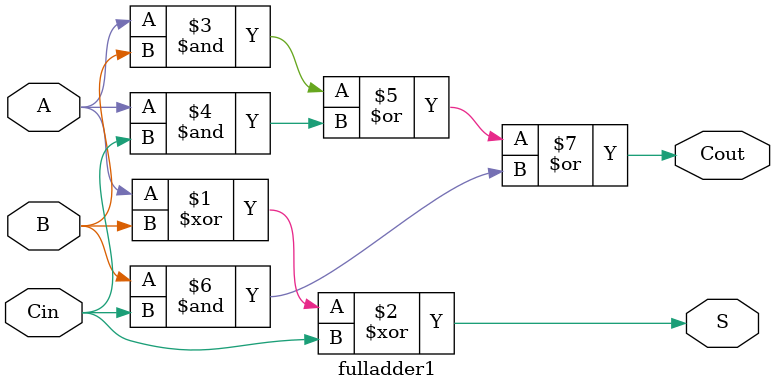
<source format=v>
module fulladder1 (
    input  A,
    input  B, 
    input  Cin,
    output S,
    output Cout
);

// Sum
assign S = A ^ B ^ Cin;

// Cout
assign Cout = (A & B) | (A & Cin) | (B & Cin);

endmodule
</source>
